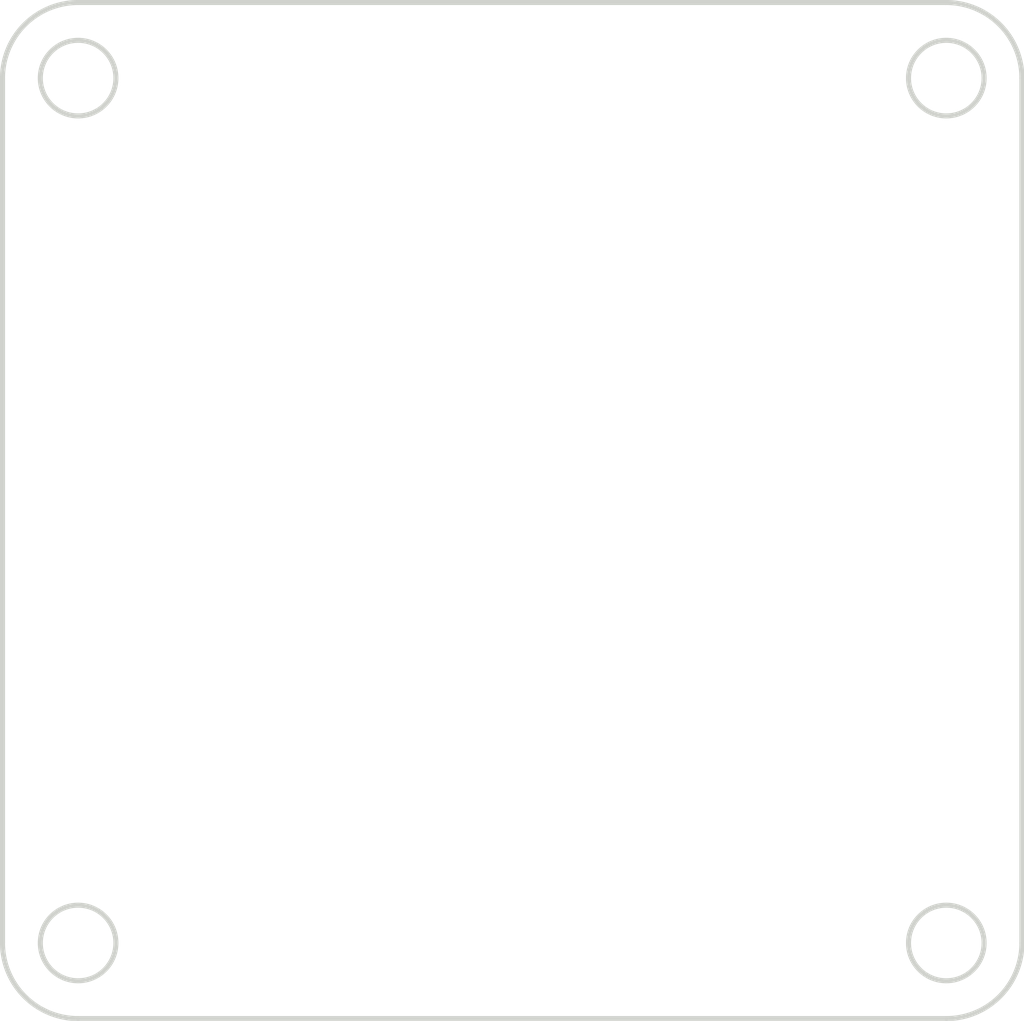
<source format=kicad_pcb>
(kicad_pcb (version 20211014) (generator pcbnew)

  (general
    (thickness 1.6)
  )

  (paper "A4")
  (layers
    (0 "F.Cu" signal)
    (31 "B.Cu" signal)
    (32 "B.Adhes" user "B.Adhesive")
    (33 "F.Adhes" user "F.Adhesive")
    (34 "B.Paste" user)
    (35 "F.Paste" user)
    (36 "B.SilkS" user "B.Silkscreen")
    (37 "F.SilkS" user "F.Silkscreen")
    (38 "B.Mask" user)
    (39 "F.Mask" user)
    (40 "Dwgs.User" user "User.Drawings")
    (41 "Cmts.User" user "User.Comments")
    (42 "Eco1.User" user "User.Eco1")
    (43 "Eco2.User" user "User.Eco2")
    (44 "Edge.Cuts" user)
    (45 "Margin" user)
    (46 "B.CrtYd" user "B.Courtyard")
    (47 "F.CrtYd" user "F.Courtyard")
    (48 "B.Fab" user)
    (49 "F.Fab" user)
    (50 "User.1" user)
    (51 "User.2" user)
    (52 "User.3" user)
    (53 "User.4" user)
    (54 "User.5" user)
    (55 "User.6" user)
    (56 "User.7" user)
    (57 "User.8" user)
    (58 "User.9" user)
  )

  (setup
    (pad_to_mask_clearance 0)
    (pcbplotparams
      (layerselection 0x00010fc_ffffffff)
      (disableapertmacros false)
      (usegerberextensions false)
      (usegerberattributes true)
      (usegerberadvancedattributes true)
      (creategerberjobfile true)
      (svguseinch false)
      (svgprecision 6)
      (excludeedgelayer true)
      (plotframeref false)
      (viasonmask false)
      (mode 1)
      (useauxorigin false)
      (hpglpennumber 1)
      (hpglpenspeed 20)
      (hpglpendiameter 15.000000)
      (dxfpolygonmode true)
      (dxfimperialunits true)
      (dxfusepcbnewfont true)
      (psnegative false)
      (psa4output false)
      (plotreference true)
      (plotvalue true)
      (plotinvisibletext false)
      (sketchpadsonfab false)
      (subtractmaskfromsilk false)
      (outputformat 1)
      (mirror false)
      (drillshape 1)
      (scaleselection 1)
      (outputdirectory "")
    )
  )

  (net 0 "")

  (gr_circle (center 104.14 75.4245) (end 105.64 75.4245) (layer "Edge.Cuts") (width 0.2) (fill none) (tstamp 10109f84-4940-47f8-8640-91f185ac9bc1))
  (gr_line (start 107.14 75.4245) (end 107.14 41.1) (layer "Edge.Cuts") (width 0.2) (tstamp 3f5fe6b7-98fc-4d3e-9567-f9f7202d1455))
  (gr_circle (center 104.14 41.1) (end 105.64 41.1) (layer "Edge.Cuts") (width 0.2) (fill none) (tstamp 55e740a3-0735-4744-896e-2bf5437093b9))
  (gr_arc (start 107.14 75.4245) (mid 106.26132 77.54582) (end 104.14 78.4245) (layer "Edge.Cuts") (width 0.2) (tstamp 5cbb5968-dbb5-4b84-864a-ead1cacf75b9))
  (gr_arc (start 66.6836 41.1) (mid 67.56228 38.97868) (end 69.6836 38.1) (layer "Edge.Cuts") (width 0.2) (tstamp 6a955fc7-39d9-4c75-9a69-676ca8c0b9b2))
  (gr_circle (center 69.6836 75.4245) (end 71.1836 75.4245) (layer "Edge.Cuts") (width 0.2) (fill none) (tstamp 71c31975-2c45-4d18-a25a-18e07a55d11e))
  (gr_circle (center 69.6836 41.1) (end 71.1836 41.1) (layer "Edge.Cuts") (width 0.2) (fill none) (tstamp 746ba970-8279-4e7b-aed3-f28687777c21))
  (gr_line (start 69.6836 78.4245) (end 104.14 78.4245) (layer "Edge.Cuts") (width 0.2) (tstamp afb8e687-4a13-41a1-b8c0-89a749e897fe))
  (gr_arc (start 104.14 38.1) (mid 106.26132 38.97868) (end 107.14 41.1) (layer "Edge.Cuts") (width 0.2) (tstamp bb7f0588-d4d8-44bf-9ebf-3c533fe4d6ae))
  (gr_arc (start 69.6836 78.4245) (mid 67.56228 77.54582) (end 66.6836 75.4245) (layer "Edge.Cuts") (width 0.2) (tstamp e10b5627-3247-4c86-b9f6-ef474ca11543))
  (gr_line (start 66.6836 41.1) (end 66.6836 75.4245) (layer "Edge.Cuts") (width 0.2) (tstamp e8314017-7be6-4011-9179-37449a29b311))
  (gr_line (start 104.14 38.1) (end 69.6836 38.1) (layer "Edge.Cuts") (width 0.2) (tstamp f1830a1b-f0cc-47ae-a2c9-679c82032f14))

  (group "" (id f4f99e3d-7269-4f6a-a759-16ad2a258779)
    (members
      10109f84-4940-47f8-8640-91f185ac9bc1
      3f5fe6b7-98fc-4d3e-9567-f9f7202d1455
      55e740a3-0735-4744-896e-2bf5437093b9
      5cbb5968-dbb5-4b84-864a-ead1cacf75b9
      6a955fc7-39d9-4c75-9a69-676ca8c0b9b2
      71c31975-2c45-4d18-a25a-18e07a55d11e
      746ba970-8279-4e7b-aed3-f28687777c21
      afb8e687-4a13-41a1-b8c0-89a749e897fe
      bb7f0588-d4d8-44bf-9ebf-3c533fe4d6ae
      e10b5627-3247-4c86-b9f6-ef474ca11543
      e8314017-7be6-4011-9179-37449a29b311
      f1830a1b-f0cc-47ae-a2c9-679c82032f14
    )
  )
)

</source>
